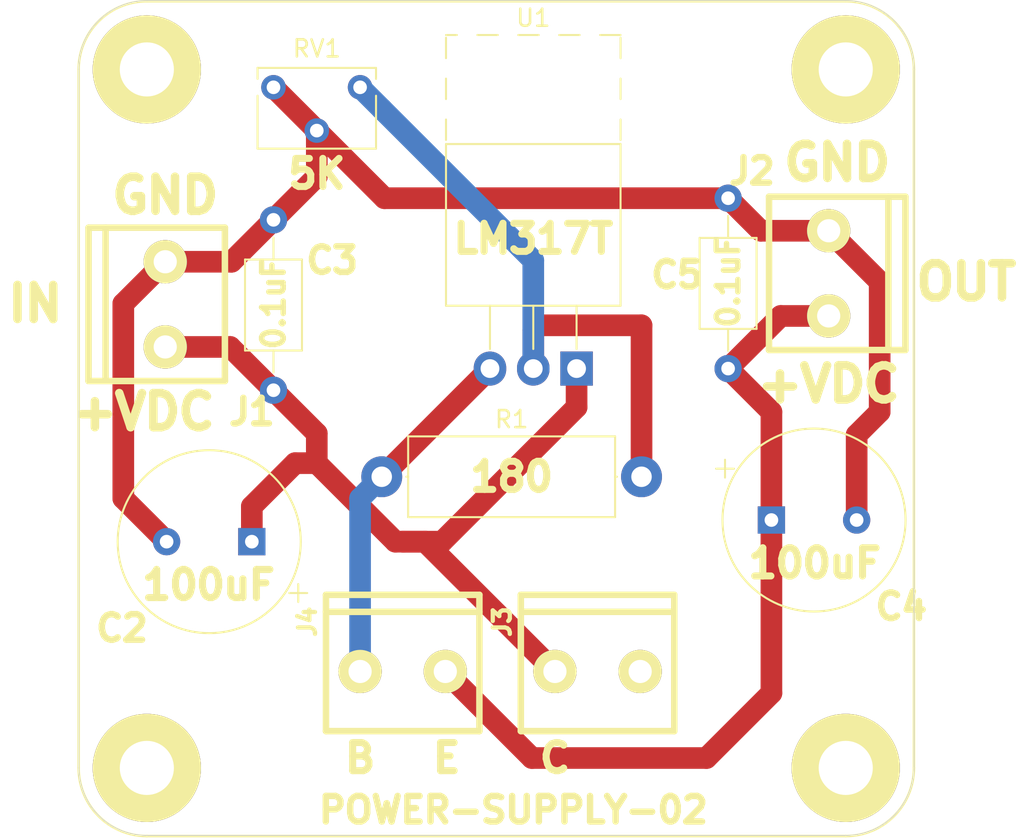
<source format=kicad_pcb>
(kicad_pcb (version 20171130) (host pcbnew "(5.1.5)-3")

  (general
    (thickness 1.6)
    (drawings 25)
    (tracks 48)
    (zones 0)
    (modules 12)
    (nets 6)
  )

  (page A4)
  (layers
    (0 F.Cu signal)
    (31 B.Cu signal)
    (32 B.Adhes user hide)
    (33 F.Adhes user hide)
    (34 B.Paste user hide)
    (35 F.Paste user hide)
    (36 B.SilkS user)
    (37 F.SilkS user)
    (38 B.Mask user)
    (39 F.Mask user)
    (40 Dwgs.User user)
    (41 Cmts.User user)
    (42 Eco1.User user hide)
    (43 Eco2.User user hide)
    (44 Edge.Cuts user)
    (45 Margin user hide)
    (46 B.CrtYd user hide)
    (47 F.CrtYd user hide)
    (48 B.Fab user hide)
    (49 F.Fab user hide)
  )

  (setup
    (last_trace_width 1.27)
    (user_trace_width 0.635)
    (user_trace_width 1.27)
    (trace_clearance 0.2)
    (zone_clearance 0.508)
    (zone_45_only no)
    (trace_min 0.2)
    (via_size 0.8)
    (via_drill 0.4)
    (via_min_size 0.4)
    (via_min_drill 0.3)
    (uvia_size 0.3)
    (uvia_drill 0.1)
    (uvias_allowed no)
    (uvia_min_size 0.2)
    (uvia_min_drill 0.1)
    (edge_width 0.05)
    (segment_width 0.2)
    (pcb_text_width 0.3)
    (pcb_text_size 1.5 1.5)
    (mod_edge_width 0.12)
    (mod_text_size 1 1)
    (mod_text_width 0.15)
    (pad_size 1.524 1.524)
    (pad_drill 0.762)
    (pad_to_mask_clearance 0.051)
    (solder_mask_min_width 0.25)
    (aux_axis_origin 0 0)
    (visible_elements 7FFFFF7F)
    (pcbplotparams
      (layerselection 0x010fc_ffffffff)
      (usegerberextensions false)
      (usegerberattributes false)
      (usegerberadvancedattributes false)
      (creategerberjobfile false)
      (excludeedgelayer true)
      (linewidth 0.100000)
      (plotframeref false)
      (viasonmask false)
      (mode 1)
      (useauxorigin false)
      (hpglpennumber 1)
      (hpglpenspeed 20)
      (hpglpendiameter 15.000000)
      (psnegative false)
      (psa4output false)
      (plotreference true)
      (plotvalue true)
      (plotinvisibletext false)
      (padsonsilk false)
      (subtractmaskfromsilk false)
      (outputformat 1)
      (mirror false)
      (drillshape 0)
      (scaleselection 1)
      (outputdirectory "plots/"))
  )

  (net 0 "")
  (net 1 /GND)
  (net 2 /Vin)
  (net 3 /Vout)
  (net 4 /B)
  (net 5 /ADJ)

  (net_class Default "This is the default net class."
    (clearance 0.2)
    (trace_width 0.25)
    (via_dia 0.8)
    (via_drill 0.4)
    (uvia_dia 0.3)
    (uvia_drill 0.1)
    (add_net /ADJ)
    (add_net /B)
    (add_net /GND)
    (add_net /Vin)
    (add_net /Vout)
  )

  (module Capacitor_THT:CP_Radial_Tantal_D10.5mm_P5.00mm (layer F.Cu) (tedit 5AE50EF0) (tstamp 5F79B9EF)
    (at 10.16 31.75 180)
    (descr "CP, Radial_Tantal series, Radial, pin pitch=5.00mm, , diameter=10.5mm, Tantal Electrolytic Capacitor, http://cdn-reichelt.de/documents/datenblatt/B300/TANTAL-TB-Serie%23.pdf")
    (tags "CP Radial_Tantal series Radial pin pitch 5.00mm  diameter 10.5mm Tantal Electrolytic Capacitor")
    (path /5F79D6B1)
    (fp_text reference C2 (at 7.62 -5.08) (layer F.SilkS)
      (effects (font (size 1.5 1.5) (thickness 0.45)))
    )
    (fp_text value 10uF (at 2.5 6.5) (layer F.Fab)
      (effects (font (size 1 1) (thickness 0.15)))
    )
    (fp_text user %R (at 2.5 0) (layer F.SilkS) hide
      (effects (font (size 1.5 1.5) (thickness 0.375)))
    )
    (fp_line (start -2.722133 -3.54) (end -2.722133 -2.49) (layer F.SilkS) (width 0.12))
    (fp_line (start -3.247133 -3.015) (end -2.197133 -3.015) (layer F.SilkS) (width 0.12))
    (fp_line (start -1.479387 -2.8225) (end -1.479387 -1.7725) (layer F.Fab) (width 0.1))
    (fp_line (start -2.004387 -2.2975) (end -0.954387 -2.2975) (layer F.Fab) (width 0.1))
    (fp_circle (center 2.5 0) (end 8 0) (layer F.CrtYd) (width 0.05))
    (fp_circle (center 2.5 0) (end 7.87 0) (layer F.SilkS) (width 0.12))
    (fp_circle (center 2.5 0) (end 7.75 0) (layer F.Fab) (width 0.1))
    (pad 2 thru_hole circle (at 5 0 180) (size 1.6 1.6) (drill 0.8) (layers *.Cu *.Mask)
      (net 1 /GND))
    (pad 1 thru_hole rect (at 0 0 180) (size 1.6 1.6) (drill 0.8) (layers *.Cu *.Mask)
      (net 2 /Vin))
    (model ${KISYS3DMOD}/Capacitor_THT.3dshapes/CP_Radial_Tantal_D10.5mm_P5.00mm.wrl
      (at (xyz 0 0 0))
      (scale (xyz 1 1 1))
      (rotate (xyz 0 0 0))
    )
  )

  (module Capacitor_THT:C_Axial_L5.1mm_D3.1mm_P10.00mm_Horizontal (layer F.Cu) (tedit 5AE50EF0) (tstamp 5F79BA06)
    (at 11.43 22.86 90)
    (descr "C, Axial series, Axial, Horizontal, pin pitch=10mm, , length*diameter=5.1*3.1mm^2, http://www.vishay.com/docs/45231/arseries.pdf")
    (tags "C Axial series Axial Horizontal pin pitch 10mm  length 5.1mm diameter 3.1mm")
    (path /5F79E297)
    (fp_text reference C3 (at 7.62 3.44 180) (layer F.SilkS)
      (effects (font (size 1.5 1.5) (thickness 0.45)))
    )
    (fp_text value 0.1uF (at 5 2.67 90) (layer F.Fab)
      (effects (font (size 1 1) (thickness 0.15)))
    )
    (fp_line (start 2.45 -1.55) (end 2.45 1.55) (layer F.Fab) (width 0.1))
    (fp_line (start 2.45 1.55) (end 7.55 1.55) (layer F.Fab) (width 0.1))
    (fp_line (start 7.55 1.55) (end 7.55 -1.55) (layer F.Fab) (width 0.1))
    (fp_line (start 7.55 -1.55) (end 2.45 -1.55) (layer F.Fab) (width 0.1))
    (fp_line (start 0 0) (end 2.45 0) (layer F.Fab) (width 0.1))
    (fp_line (start 10 0) (end 7.55 0) (layer F.Fab) (width 0.1))
    (fp_line (start 2.33 -1.67) (end 2.33 1.67) (layer F.SilkS) (width 0.12))
    (fp_line (start 2.33 1.67) (end 7.67 1.67) (layer F.SilkS) (width 0.12))
    (fp_line (start 7.67 1.67) (end 7.67 -1.67) (layer F.SilkS) (width 0.12))
    (fp_line (start 7.67 -1.67) (end 2.33 -1.67) (layer F.SilkS) (width 0.12))
    (fp_line (start 1.04 0) (end 2.33 0) (layer F.SilkS) (width 0.12))
    (fp_line (start 8.96 0) (end 7.67 0) (layer F.SilkS) (width 0.12))
    (fp_line (start -1.05 -1.8) (end -1.05 1.8) (layer F.CrtYd) (width 0.05))
    (fp_line (start -1.05 1.8) (end 11.05 1.8) (layer F.CrtYd) (width 0.05))
    (fp_line (start 11.05 1.8) (end 11.05 -1.8) (layer F.CrtYd) (width 0.05))
    (fp_line (start 11.05 -1.8) (end -1.05 -1.8) (layer F.CrtYd) (width 0.05))
    (fp_text user %R (at 5 0 90) (layer F.SilkS) hide
      (effects (font (size 1.5 1.5) (thickness 0.375)))
    )
    (pad 1 thru_hole circle (at 0 0 90) (size 1.6 1.6) (drill 0.8) (layers *.Cu *.Mask)
      (net 2 /Vin))
    (pad 2 thru_hole oval (at 10 0 90) (size 1.6 1.6) (drill 0.8) (layers *.Cu *.Mask)
      (net 1 /GND))
    (model ${KISYS3DMOD}/Capacitor_THT.3dshapes/C_Axial_L5.1mm_D3.1mm_P10.00mm_Horizontal.wrl
      (at (xyz 0 0 0))
      (scale (xyz 1 1 1))
      (rotate (xyz 0 0 0))
    )
  )

  (module Capacitor_THT:CP_Radial_Tantal_D10.5mm_P5.00mm (layer F.Cu) (tedit 5AE50EF0) (tstamp 5F79BA14)
    (at 40.64 30.48)
    (descr "CP, Radial_Tantal series, Radial, pin pitch=5.00mm, , diameter=10.5mm, Tantal Electrolytic Capacitor, http://cdn-reichelt.de/documents/datenblatt/B300/TANTAL-TB-Serie%23.pdf")
    (tags "CP Radial_Tantal series Radial pin pitch 5.00mm  diameter 10.5mm Tantal Electrolytic Capacitor")
    (path /5F7A7FA6)
    (fp_text reference C4 (at 7.62 5.08) (layer F.SilkS)
      (effects (font (size 1.5 1.5) (thickness 0.45)))
    )
    (fp_text value 100uF (at 2.5 6.5) (layer F.Fab)
      (effects (font (size 1 1) (thickness 0.15)))
    )
    (fp_circle (center 2.5 0) (end 7.75 0) (layer F.Fab) (width 0.1))
    (fp_circle (center 2.5 0) (end 7.87 0) (layer F.SilkS) (width 0.12))
    (fp_circle (center 2.5 0) (end 8 0) (layer F.CrtYd) (width 0.05))
    (fp_line (start -2.004387 -2.2975) (end -0.954387 -2.2975) (layer F.Fab) (width 0.1))
    (fp_line (start -1.479387 -2.8225) (end -1.479387 -1.7725) (layer F.Fab) (width 0.1))
    (fp_line (start -3.247133 -3.015) (end -2.197133 -3.015) (layer F.SilkS) (width 0.12))
    (fp_line (start -2.722133 -3.54) (end -2.722133 -2.49) (layer F.SilkS) (width 0.12))
    (fp_text user %R (at 2.5 0) (layer F.SilkS) hide
      (effects (font (size 1.5 1.5) (thickness 0.375)))
    )
    (pad 1 thru_hole rect (at 0 0) (size 1.6 1.6) (drill 0.8) (layers *.Cu *.Mask)
      (net 3 /Vout))
    (pad 2 thru_hole circle (at 5 0) (size 1.6 1.6) (drill 0.8) (layers *.Cu *.Mask)
      (net 1 /GND))
    (model ${KISYS3DMOD}/Capacitor_THT.3dshapes/CP_Radial_Tantal_D10.5mm_P5.00mm.wrl
      (at (xyz 0 0 0))
      (scale (xyz 1 1 1))
      (rotate (xyz 0 0 0))
    )
  )

  (module Capacitor_THT:C_Axial_L5.1mm_D3.1mm_P10.00mm_Horizontal (layer F.Cu) (tedit 5AE50EF0) (tstamp 5F79BA2B)
    (at 38.1 21.59 90)
    (descr "C, Axial series, Axial, Horizontal, pin pitch=10mm, , length*diameter=5.1*3.1mm^2, http://www.vishay.com/docs/45231/arseries.pdf")
    (tags "C Axial series Axial Horizontal pin pitch 10mm  length 5.1mm diameter 3.1mm")
    (path /5F7A947D)
    (fp_text reference C5 (at 5.5 -3 180) (layer F.SilkS)
      (effects (font (size 1.5 1.5) (thickness 0.45)))
    )
    (fp_text value 0.1uF (at 5 2.67 90) (layer F.Fab)
      (effects (font (size 1 1) (thickness 0.15)))
    )
    (fp_text user %R (at 5 0 90) (layer F.SilkS) hide
      (effects (font (size 1.5 1.5) (thickness 0.375)))
    )
    (fp_line (start 11.05 -1.8) (end -1.05 -1.8) (layer F.CrtYd) (width 0.05))
    (fp_line (start 11.05 1.8) (end 11.05 -1.8) (layer F.CrtYd) (width 0.05))
    (fp_line (start -1.05 1.8) (end 11.05 1.8) (layer F.CrtYd) (width 0.05))
    (fp_line (start -1.05 -1.8) (end -1.05 1.8) (layer F.CrtYd) (width 0.05))
    (fp_line (start 8.96 0) (end 7.67 0) (layer F.SilkS) (width 0.12))
    (fp_line (start 1.04 0) (end 2.33 0) (layer F.SilkS) (width 0.12))
    (fp_line (start 7.67 -1.67) (end 2.33 -1.67) (layer F.SilkS) (width 0.12))
    (fp_line (start 7.67 1.67) (end 7.67 -1.67) (layer F.SilkS) (width 0.12))
    (fp_line (start 2.33 1.67) (end 7.67 1.67) (layer F.SilkS) (width 0.12))
    (fp_line (start 2.33 -1.67) (end 2.33 1.67) (layer F.SilkS) (width 0.12))
    (fp_line (start 10 0) (end 7.55 0) (layer F.Fab) (width 0.1))
    (fp_line (start 0 0) (end 2.45 0) (layer F.Fab) (width 0.1))
    (fp_line (start 7.55 -1.55) (end 2.45 -1.55) (layer F.Fab) (width 0.1))
    (fp_line (start 7.55 1.55) (end 7.55 -1.55) (layer F.Fab) (width 0.1))
    (fp_line (start 2.45 1.55) (end 7.55 1.55) (layer F.Fab) (width 0.1))
    (fp_line (start 2.45 -1.55) (end 2.45 1.55) (layer F.Fab) (width 0.1))
    (pad 2 thru_hole oval (at 10 0 90) (size 1.6 1.6) (drill 0.8) (layers *.Cu *.Mask)
      (net 1 /GND))
    (pad 1 thru_hole circle (at 0 0 90) (size 1.6 1.6) (drill 0.8) (layers *.Cu *.Mask)
      (net 3 /Vout))
    (model ${KISYS3DMOD}/Capacitor_THT.3dshapes/C_Axial_L5.1mm_D3.1mm_P10.00mm_Horizontal.wrl
      (at (xyz 0 0 0))
      (scale (xyz 1 1 1))
      (rotate (xyz 0 0 0))
    )
  )

  (module LandBoards_Conns:TB2-5MM (layer F.Cu) (tedit 5CF902C9) (tstamp 5F79BAB6)
    (at 5.08 20.32 90)
    (path /5F7A0325)
    (fp_text reference J1 (at -3.81 5.08) (layer F.SilkS)
      (effects (font (size 1.5 1.5) (thickness 0.45)))
    )
    (fp_text value Conn_01x02 (at 2 5 90) (layer F.SilkS) hide
      (effects (font (size 1.524 1.524) (thickness 0.3048)))
    )
    (fp_line (start -2 -4.5) (end -2 3.5) (layer F.SilkS) (width 0.381))
    (fp_line (start 7 -4.5) (end 7 3.5) (layer F.SilkS) (width 0.381))
    (fp_line (start -2 3.5) (end 7 3.5) (layer F.SilkS) (width 0.381))
    (fp_line (start -2 -3.5) (end 7 -3.5) (layer F.SilkS) (width 0.381))
    (fp_line (start -2 -4.5) (end 7 -4.5) (layer F.SilkS) (width 0.381))
    (fp_line (start -2.27 -4.8) (end 7.25 -4.8) (layer F.CrtYd) (width 0.05))
    (fp_line (start 7.25 -4.8) (end 7.25 3.76) (layer F.CrtYd) (width 0.05))
    (fp_line (start 7.25 3.76) (end -2.27 3.76) (layer F.CrtYd) (width 0.05))
    (fp_line (start -2.27 3.76) (end -2.27 -4.8) (layer F.CrtYd) (width 0.05))
    (pad 1 thru_hole circle (at 0 0 90) (size 2.54 2.54) (drill 1.3589) (layers *.Cu *.Mask F.SilkS)
      (net 2 /Vin))
    (pad 2 thru_hole circle (at 5 0 90) (size 2.54 2.54) (drill 1.3589) (layers *.Cu *.Mask F.SilkS)
      (net 1 /GND))
  )

  (module LandBoards_Conns:TB2-5MM (layer F.Cu) (tedit 5CF902C9) (tstamp 5F79BAC5)
    (at 44 13.5 270)
    (path /5F79F8CF)
    (fp_text reference J2 (at -3.5 4.5) (layer F.SilkS)
      (effects (font (size 1.5 1.5) (thickness 0.45)))
    )
    (fp_text value Conn_01x02 (at 2 5 90) (layer F.SilkS) hide
      (effects (font (size 1.524 1.524) (thickness 0.3048)))
    )
    (fp_line (start -2.27 3.76) (end -2.27 -4.8) (layer F.CrtYd) (width 0.05))
    (fp_line (start 7.25 3.76) (end -2.27 3.76) (layer F.CrtYd) (width 0.05))
    (fp_line (start 7.25 -4.8) (end 7.25 3.76) (layer F.CrtYd) (width 0.05))
    (fp_line (start -2.27 -4.8) (end 7.25 -4.8) (layer F.CrtYd) (width 0.05))
    (fp_line (start -2 -4.5) (end 7 -4.5) (layer F.SilkS) (width 0.381))
    (fp_line (start -2 -3.5) (end 7 -3.5) (layer F.SilkS) (width 0.381))
    (fp_line (start -2 3.5) (end 7 3.5) (layer F.SilkS) (width 0.381))
    (fp_line (start 7 -4.5) (end 7 3.5) (layer F.SilkS) (width 0.381))
    (fp_line (start -2 -4.5) (end -2 3.5) (layer F.SilkS) (width 0.381))
    (pad 2 thru_hole circle (at 5 0 270) (size 2.54 2.54) (drill 1.3589) (layers *.Cu *.Mask F.SilkS)
      (net 3 /Vout))
    (pad 1 thru_hole circle (at 0 0 270) (size 2.54 2.54) (drill 1.3589) (layers *.Cu *.Mask F.SilkS)
      (net 1 /GND))
  )

  (module LandBoards_BoardOutlines:BD-49X49 (layer F.Cu) (tedit 524856E1) (tstamp 5F7A1A77)
    (at 0 49.03)
    (path /5F7B1D56)
    (fp_text reference B1 (at 0 1) (layer F.SilkS) hide
      (effects (font (size 1.5 1.5) (thickness 0.45)))
    )
    (fp_text value COUPON (at 0 0) (layer F.SilkS) hide
      (effects (font (size 1 1) (thickness 0.15)))
    )
    (fp_line (start 4 0) (end 45 0) (layer F.SilkS) (width 0.15))
    (fp_line (start 0 -45) (end 0 -4) (layer F.SilkS) (width 0.15))
    (fp_line (start 45 -49) (end 4 -49) (layer F.SilkS) (width 0.15))
    (fp_line (start 49 -4) (end 49 -45) (layer F.SilkS) (width 0.15))
    (fp_arc (start 4 -4) (end 4 0) (angle 90) (layer F.SilkS) (width 0.15))
    (fp_arc (start 45 -4) (end 49 -4) (angle 90) (layer F.SilkS) (width 0.15))
    (fp_arc (start 45 -45) (end 45 -49) (angle 90) (layer F.SilkS) (width 0.15))
    (fp_arc (start 4 -45) (end 0 -45) (angle 90) (layer F.SilkS) (width 0.15))
    (pad 1 thru_hole circle (at 4 -45) (size 6.35 6.35) (drill 3.175) (layers *.Cu *.Mask F.SilkS))
    (pad 2 thru_hole circle (at 45 -45) (size 6.35 6.35) (drill 3.175) (layers *.Cu *.Mask F.SilkS))
    (pad 3 thru_hole circle (at 4 -4) (size 6.35 6.35) (drill 3.175) (layers *.Cu *.Mask F.SilkS))
    (pad 4 thru_hole circle (at 45 -4) (size 6.35 6.35) (drill 3.175) (layers *.Cu *.Mask F.SilkS))
  )

  (module LandBoards_Conns:TB2-5MM (layer F.Cu) (tedit 5CF902C9) (tstamp 5FC3A316)
    (at 27.94 39.37)
    (path /5FC45EE3)
    (fp_text reference J3 (at -3.095 -2.92 90) (layer F.SilkS)
      (effects (font (size 1 1) (thickness 0.25)))
    )
    (fp_text value Conn_01x02 (at 2 5) (layer F.SilkS) hide
      (effects (font (size 1.524 1.524) (thickness 0.3048)))
    )
    (fp_line (start -2 -4.5) (end -2 3.5) (layer F.SilkS) (width 0.381))
    (fp_line (start 7 -4.5) (end 7 3.5) (layer F.SilkS) (width 0.381))
    (fp_line (start -2 3.5) (end 7 3.5) (layer F.SilkS) (width 0.381))
    (fp_line (start -2 -3.5) (end 7 -3.5) (layer F.SilkS) (width 0.381))
    (fp_line (start -2 -4.5) (end 7 -4.5) (layer F.SilkS) (width 0.381))
    (fp_line (start -2.27 -4.8) (end 7.25 -4.8) (layer F.CrtYd) (width 0.05))
    (fp_line (start 7.25 -4.8) (end 7.25 3.76) (layer F.CrtYd) (width 0.05))
    (fp_line (start 7.25 3.76) (end -2.27 3.76) (layer F.CrtYd) (width 0.05))
    (fp_line (start -2.27 3.76) (end -2.27 -4.8) (layer F.CrtYd) (width 0.05))
    (pad 1 thru_hole circle (at 0 0) (size 2.54 2.54) (drill 1.3589) (layers *.Cu *.Mask F.SilkS)
      (net 2 /Vin))
    (pad 2 thru_hole circle (at 5 0) (size 2.54 2.54) (drill 1.3589) (layers *.Cu *.Mask F.SilkS))
  )

  (module LandBoards_Conns:TB2-5MM (layer F.Cu) (tedit 5CF902C9) (tstamp 5FC3A325)
    (at 16.51 39.37)
    (path /5FC45204)
    (fp_text reference J4 (at -3.095 -2.92 90) (layer F.SilkS)
      (effects (font (size 1 1) (thickness 0.25)))
    )
    (fp_text value Conn_01x02 (at 2 5) (layer F.SilkS) hide
      (effects (font (size 1.524 1.524) (thickness 0.3048)))
    )
    (fp_line (start -2.27 3.76) (end -2.27 -4.8) (layer F.CrtYd) (width 0.05))
    (fp_line (start 7.25 3.76) (end -2.27 3.76) (layer F.CrtYd) (width 0.05))
    (fp_line (start 7.25 -4.8) (end 7.25 3.76) (layer F.CrtYd) (width 0.05))
    (fp_line (start -2.27 -4.8) (end 7.25 -4.8) (layer F.CrtYd) (width 0.05))
    (fp_line (start -2 -4.5) (end 7 -4.5) (layer F.SilkS) (width 0.381))
    (fp_line (start -2 -3.5) (end 7 -3.5) (layer F.SilkS) (width 0.381))
    (fp_line (start -2 3.5) (end 7 3.5) (layer F.SilkS) (width 0.381))
    (fp_line (start 7 -4.5) (end 7 3.5) (layer F.SilkS) (width 0.381))
    (fp_line (start -2 -4.5) (end -2 3.5) (layer F.SilkS) (width 0.381))
    (pad 2 thru_hole circle (at 5 0) (size 2.54 2.54) (drill 1.3589) (layers *.Cu *.Mask F.SilkS)
      (net 3 /Vout))
    (pad 1 thru_hole circle (at 0 0) (size 2.54 2.54) (drill 1.3589) (layers *.Cu *.Mask F.SilkS)
      (net 4 /B))
  )

  (module Resistor_THT:R_Axial_DIN0414_L11.9mm_D4.5mm_P15.24mm_Horizontal (layer F.Cu) (tedit 5AE5139B) (tstamp 5FC3A33C)
    (at 17.78 27.94)
    (descr "Resistor, Axial_DIN0414 series, Axial, Horizontal, pin pitch=15.24mm, 2W, length*diameter=11.9*4.5mm^2, http://www.vishay.com/docs/20128/wkxwrx.pdf")
    (tags "Resistor Axial_DIN0414 series Axial Horizontal pin pitch 15.24mm 2W length 11.9mm diameter 4.5mm")
    (path /5FC3F763)
    (fp_text reference R1 (at 7.62 -3.37) (layer F.SilkS)
      (effects (font (size 1 1) (thickness 0.15)))
    )
    (fp_text value 180 (at 7.62 3.37) (layer F.Fab)
      (effects (font (size 1 1) (thickness 0.15)))
    )
    (fp_line (start 1.67 -2.25) (end 1.67 2.25) (layer F.Fab) (width 0.1))
    (fp_line (start 1.67 2.25) (end 13.57 2.25) (layer F.Fab) (width 0.1))
    (fp_line (start 13.57 2.25) (end 13.57 -2.25) (layer F.Fab) (width 0.1))
    (fp_line (start 13.57 -2.25) (end 1.67 -2.25) (layer F.Fab) (width 0.1))
    (fp_line (start 0 0) (end 1.67 0) (layer F.Fab) (width 0.1))
    (fp_line (start 15.24 0) (end 13.57 0) (layer F.Fab) (width 0.1))
    (fp_line (start 1.55 -2.37) (end 1.55 2.37) (layer F.SilkS) (width 0.12))
    (fp_line (start 1.55 2.37) (end 13.69 2.37) (layer F.SilkS) (width 0.12))
    (fp_line (start 13.69 2.37) (end 13.69 -2.37) (layer F.SilkS) (width 0.12))
    (fp_line (start 13.69 -2.37) (end 1.55 -2.37) (layer F.SilkS) (width 0.12))
    (fp_line (start 1.44 0) (end 1.55 0) (layer F.SilkS) (width 0.12))
    (fp_line (start 13.8 0) (end 13.69 0) (layer F.SilkS) (width 0.12))
    (fp_line (start -1.45 -2.5) (end -1.45 2.5) (layer F.CrtYd) (width 0.05))
    (fp_line (start -1.45 2.5) (end 16.69 2.5) (layer F.CrtYd) (width 0.05))
    (fp_line (start 16.69 2.5) (end 16.69 -2.5) (layer F.CrtYd) (width 0.05))
    (fp_line (start 16.69 -2.5) (end -1.45 -2.5) (layer F.CrtYd) (width 0.05))
    (fp_text user %R (at 7.62 0) (layer F.Fab)
      (effects (font (size 1 1) (thickness 0.15)))
    )
    (pad 1 thru_hole circle (at 0 0) (size 2.4 2.4) (drill 1.2) (layers *.Cu *.Mask)
      (net 4 /B))
    (pad 2 thru_hole oval (at 15.24 0) (size 2.4 2.4) (drill 1.2) (layers *.Cu *.Mask)
      (net 5 /ADJ))
    (model ${KISYS3DMOD}/Resistor_THT.3dshapes/R_Axial_DIN0414_L11.9mm_D4.5mm_P15.24mm_Horizontal.wrl
      (at (xyz 0 0 0))
      (scale (xyz 1 1 1))
      (rotate (xyz 0 0 0))
    )
  )

  (module Potentiometer_THT:Potentiometer_Bourns_3266W_Vertical (layer F.Cu) (tedit 5A3D4994) (tstamp 5FC3A355)
    (at 16.51 5.08)
    (descr "Potentiometer, vertical, Bourns 3266W, https://www.bourns.com/docs/Product-Datasheets/3266.pdf")
    (tags "Potentiometer vertical Bourns 3266W")
    (path /5FC3E3E8)
    (fp_text reference RV1 (at -2.54 -2.27) (layer F.SilkS)
      (effects (font (size 1 1) (thickness 0.15)))
    )
    (fp_text value 5K (at -2.54 4.73) (layer F.Fab)
      (effects (font (size 1 1) (thickness 0.15)))
    )
    (fp_circle (center -0.455 2.21) (end 0.435 2.21) (layer F.Fab) (width 0.1))
    (fp_line (start -5.895 -1.02) (end -5.895 3.48) (layer F.Fab) (width 0.1))
    (fp_line (start -5.895 3.48) (end 0.815 3.48) (layer F.Fab) (width 0.1))
    (fp_line (start 0.815 3.48) (end 0.815 -1.02) (layer F.Fab) (width 0.1))
    (fp_line (start 0.815 -1.02) (end -5.895 -1.02) (layer F.Fab) (width 0.1))
    (fp_line (start -0.455 3.092) (end -0.454 1.329) (layer F.Fab) (width 0.1))
    (fp_line (start -0.455 3.092) (end -0.454 1.329) (layer F.Fab) (width 0.1))
    (fp_line (start -6.015 -1.14) (end 0.935 -1.14) (layer F.SilkS) (width 0.12))
    (fp_line (start -6.015 3.6) (end 0.935 3.6) (layer F.SilkS) (width 0.12))
    (fp_line (start -6.015 -1.14) (end -6.015 -0.495) (layer F.SilkS) (width 0.12))
    (fp_line (start -6.015 0.495) (end -6.015 3.6) (layer F.SilkS) (width 0.12))
    (fp_line (start 0.935 -1.14) (end 0.935 -0.495) (layer F.SilkS) (width 0.12))
    (fp_line (start 0.935 0.495) (end 0.935 3.6) (layer F.SilkS) (width 0.12))
    (fp_line (start -6.15 -1.3) (end -6.15 3.75) (layer F.CrtYd) (width 0.05))
    (fp_line (start -6.15 3.75) (end 1.1 3.75) (layer F.CrtYd) (width 0.05))
    (fp_line (start 1.1 3.75) (end 1.1 -1.3) (layer F.CrtYd) (width 0.05))
    (fp_line (start 1.1 -1.3) (end -6.15 -1.3) (layer F.CrtYd) (width 0.05))
    (fp_text user %R (at -3.175 1.23) (layer F.Fab)
      (effects (font (size 0.91 0.91) (thickness 0.15)))
    )
    (pad 1 thru_hole circle (at 0 0) (size 1.44 1.44) (drill 0.8) (layers *.Cu *.Mask)
      (net 5 /ADJ))
    (pad 2 thru_hole circle (at -2.54 2.54) (size 1.44 1.44) (drill 0.8) (layers *.Cu *.Mask)
      (net 1 /GND))
    (pad 3 thru_hole circle (at -5.08 0) (size 1.44 1.44) (drill 0.8) (layers *.Cu *.Mask)
      (net 1 /GND))
    (model ${KISYS3DMOD}/Potentiometer_THT.3dshapes/Potentiometer_Bourns_3266W_Vertical.wrl
      (at (xyz 0 0 0))
      (scale (xyz 1 1 1))
      (rotate (xyz 0 0 0))
    )
  )

  (module Package_TO_SOT_THT:TO-220-3_Horizontal_TabUp (layer F.Cu) (tedit 5AC8BA0D) (tstamp 5FC3A380)
    (at 29.21 21.59 180)
    (descr "TO-220-3, Horizontal, RM 2.54mm, see https://www.vishay.com/docs/66542/to-220-1.pdf")
    (tags "TO-220-3 Horizontal RM 2.54mm")
    (path /5FC3A2B7)
    (fp_text reference U1 (at 2.54 20.58) (layer F.SilkS)
      (effects (font (size 1 1) (thickness 0.15)))
    )
    (fp_text value LM317T (at 2.54 -2) (layer F.Fab)
      (effects (font (size 1 1) (thickness 0.15)))
    )
    (fp_circle (center 2.54 16.66) (end 4.39 16.66) (layer F.Fab) (width 0.1))
    (fp_line (start -2.46 13.06) (end -2.46 19.46) (layer F.Fab) (width 0.1))
    (fp_line (start -2.46 19.46) (end 7.54 19.46) (layer F.Fab) (width 0.1))
    (fp_line (start 7.54 19.46) (end 7.54 13.06) (layer F.Fab) (width 0.1))
    (fp_line (start 7.54 13.06) (end -2.46 13.06) (layer F.Fab) (width 0.1))
    (fp_line (start -2.46 3.81) (end -2.46 13.06) (layer F.Fab) (width 0.1))
    (fp_line (start -2.46 13.06) (end 7.54 13.06) (layer F.Fab) (width 0.1))
    (fp_line (start 7.54 13.06) (end 7.54 3.81) (layer F.Fab) (width 0.1))
    (fp_line (start 7.54 3.81) (end -2.46 3.81) (layer F.Fab) (width 0.1))
    (fp_line (start 0 3.81) (end 0 0) (layer F.Fab) (width 0.1))
    (fp_line (start 2.54 3.81) (end 2.54 0) (layer F.Fab) (width 0.1))
    (fp_line (start 5.08 3.81) (end 5.08 0) (layer F.Fab) (width 0.1))
    (fp_line (start -2.58 3.69) (end 7.66 3.69) (layer F.SilkS) (width 0.12))
    (fp_line (start -2.58 13.18) (end 7.66 13.18) (layer F.SilkS) (width 0.12))
    (fp_line (start -2.58 3.69) (end -2.58 13.18) (layer F.SilkS) (width 0.12))
    (fp_line (start 7.66 3.69) (end 7.66 13.18) (layer F.SilkS) (width 0.12))
    (fp_line (start -2.58 19.58) (end -1.38 19.58) (layer F.SilkS) (width 0.12))
    (fp_line (start -0.181 19.58) (end 1.02 19.58) (layer F.SilkS) (width 0.12))
    (fp_line (start 2.22 19.58) (end 3.42 19.58) (layer F.SilkS) (width 0.12))
    (fp_line (start 4.62 19.58) (end 5.82 19.58) (layer F.SilkS) (width 0.12))
    (fp_line (start 7.02 19.58) (end 7.66 19.58) (layer F.SilkS) (width 0.12))
    (fp_line (start -2.58 13.42) (end -2.58 14.62) (layer F.SilkS) (width 0.12))
    (fp_line (start -2.58 15.82) (end -2.58 17.02) (layer F.SilkS) (width 0.12))
    (fp_line (start -2.58 18.22) (end -2.58 19.42) (layer F.SilkS) (width 0.12))
    (fp_line (start 7.66 13.42) (end 7.66 14.62) (layer F.SilkS) (width 0.12))
    (fp_line (start 7.66 15.82) (end 7.66 17.02) (layer F.SilkS) (width 0.12))
    (fp_line (start 7.66 18.22) (end 7.66 19.42) (layer F.SilkS) (width 0.12))
    (fp_line (start 0 1.15) (end 0 3.69) (layer F.SilkS) (width 0.12))
    (fp_line (start 2.54 1.15) (end 2.54 3.69) (layer F.SilkS) (width 0.12))
    (fp_line (start 5.08 1.15) (end 5.08 3.69) (layer F.SilkS) (width 0.12))
    (fp_line (start -2.71 -1.25) (end -2.71 19.71) (layer F.CrtYd) (width 0.05))
    (fp_line (start -2.71 19.71) (end 7.79 19.71) (layer F.CrtYd) (width 0.05))
    (fp_line (start 7.79 19.71) (end 7.79 -1.25) (layer F.CrtYd) (width 0.05))
    (fp_line (start 7.79 -1.25) (end -2.71 -1.25) (layer F.CrtYd) (width 0.05))
    (fp_text user %R (at 2.54 20.58) (layer F.Fab)
      (effects (font (size 1 1) (thickness 0.15)))
    )
    (pad "" np_thru_hole oval (at 2.54 16.66 180) (size 3.5 3.5) (drill 3.5) (layers *.Cu *.Mask))
    (pad 1 thru_hole rect (at 0 0 180) (size 1.905 2) (drill 1.1) (layers *.Cu *.Mask)
      (net 2 /Vin))
    (pad 2 thru_hole oval (at 2.54 0 180) (size 1.905 2) (drill 1.1) (layers *.Cu *.Mask)
      (net 5 /ADJ))
    (pad 3 thru_hole oval (at 5.08 0 180) (size 1.905 2) (drill 1.1) (layers *.Cu *.Mask)
      (net 4 /B))
    (model ${KISYS3DMOD}/Package_TO_SOT_THT.3dshapes/TO-220-3_Horizontal_TabUp.wrl
      (at (xyz 0 0 0))
      (scale (xyz 1 1 1))
      (rotate (xyz 0 0 0))
    )
  )

  (gr_text OUT (at 52.07 16.51) (layer F.SilkS) (tstamp 5FC3AC4A)
    (effects (font (size 2 2) (thickness 0.5)))
  )
  (gr_text +VDC (at 3.81 24.13) (layer F.SilkS) (tstamp 5FC3AC26)
    (effects (font (size 2 2) (thickness 0.5)))
  )
  (gr_text GND (at 5.08 11.43) (layer F.SilkS) (tstamp 5FC3ABE3)
    (effects (font (size 2 2) (thickness 0.5)))
  )
  (gr_text 180 (at 25.4 27.94) (layer F.SilkS) (tstamp 5FC3AB80)
    (effects (font (size 1.651 1.6604) (thickness 0.41275)))
  )
  (gr_text 5K (at 13.97 10.16) (layer F.SilkS) (tstamp 5FC3AB69)
    (effects (font (size 1.651 1.6604) (thickness 0.41275)))
  )
  (gr_text 0.1uF (at 38.1 16.51 90) (layer F.SilkS) (tstamp 5FC3AB67)
    (effects (font (size 1.27 1.27) (thickness 0.3175)))
  )
  (gr_text 0.1uF (at 11.43 17.78 90) (layer F.SilkS) (tstamp 5FC3AB5F)
    (effects (font (size 1.27 1.27) (thickness 0.3175)))
  )
  (gr_text LM317T (at 26.67 13.97) (layer F.SilkS) (tstamp 5FC3AB5C)
    (effects (font (size 1.651 1.6604) (thickness 0.41275)))
  )
  (gr_text 100uF (at 43.18 33.02) (layer F.SilkS) (tstamp 5FC3AB5A)
    (effects (font (size 1.651 1.6604) (thickness 0.41275)))
  )
  (gr_text 100uF (at 7.62 34.29) (layer F.SilkS) (tstamp 5FC3AB56)
    (effects (font (size 1.651 1.6604) (thickness 0.41275)))
  )
  (gr_text E (at 21.59 44.45) (layer F.SilkS) (tstamp 5FC3AA5E)
    (effects (font (size 1.651 1.6604) (thickness 0.41275)))
  )
  (gr_text B (at 16.51 44.45) (layer F.SilkS) (tstamp 5FC3AA5B)
    (effects (font (size 1.651 1.6604) (thickness 0.41275)))
  )
  (gr_text C (at 27.94 44.45) (layer F.SilkS)
    (effects (font (size 1.651 1.6604) (thickness 0.41275)))
  )
  (gr_text IN (at -2.54 17.78) (layer F.SilkS) (tstamp 5F7A283D)
    (effects (font (size 2 2) (thickness 0.5)))
  )
  (gr_text GND (at 44.5 9.5) (layer F.SilkS) (tstamp 5F7A2081)
    (effects (font (size 2 2) (thickness 0.5)))
  )
  (gr_text +VDC (at 44 22.5) (layer F.SilkS)
    (effects (font (size 2 2) (thickness 0.5)))
  )
  (gr_text POWER-SUPPLY-02 (at 25.5 47.5) (layer F.SilkS)
    (effects (font (size 1.5 1.5) (thickness 0.375)))
  )
  (gr_arc (start 45 4) (end 49 4) (angle -90) (layer Edge.Cuts) (width 0.05))
  (gr_arc (start 45 45) (end 45 49) (angle -90) (layer Edge.Cuts) (width 0.05))
  (gr_arc (start 4 45) (end 0 45) (angle -90) (layer Edge.Cuts) (width 0.05))
  (gr_arc (start 4 4) (end 4 0) (angle -90) (layer Edge.Cuts) (width 0.05))
  (gr_line (start 0 45) (end 0 4) (layer Edge.Cuts) (width 0.05))
  (gr_line (start 4 49) (end 45 49) (layer Edge.Cuts) (width 0.05))
  (gr_line (start 49 45) (end 49 4) (layer Edge.Cuts) (width 0.05))
  (gr_line (start 4 0) (end 45 0) (layer Edge.Cuts) (width 0.05))

  (segment (start 8.97 15.32) (end 11.43 12.86) (width 1.27) (layer F.Cu) (net 1))
  (segment (start 5.08 15.32) (end 8.97 15.32) (width 1.27) (layer F.Cu) (net 1))
  (segment (start 13.97 10.32) (end 11.43 12.86) (width 1.27) (layer F.Cu) (net 1))
  (segment (start 13.97 7.62) (end 13.97 10.32) (width 1.27) (layer F.Cu) (net 1))
  (segment (start 11.43 5.08) (end 13.97 7.62) (width 1.27) (layer F.Cu) (net 1))
  (segment (start 17.94 11.59) (end 13.97 7.62) (width 1.27) (layer F.Cu) (net 1))
  (segment (start 38.1 11.59) (end 17.94 11.59) (width 1.27) (layer F.Cu) (net 1))
  (segment (start 40.01 13.5) (end 38.1 11.59) (width 1.27) (layer F.Cu) (net 1))
  (segment (start 44 13.5) (end 40.01 13.5) (width 1.27) (layer F.Cu) (net 1))
  (segment (start 45.64 30.48) (end 45.64 25.48) (width 1.27) (layer F.Cu) (net 1))
  (segment (start 45.64 25.48) (end 46.99 24.13) (width 1.27) (layer F.Cu) (net 1))
  (segment (start 46.99 16.49) (end 44 13.5) (width 1.27) (layer F.Cu) (net 1))
  (segment (start 46.99 24.13) (end 46.99 16.49) (width 1.27) (layer F.Cu) (net 1))
  (segment (start 5.16 31.75) (end 2.62 29.21) (width 1.27) (layer F.Cu) (net 1))
  (segment (start 2.62 17.78) (end 5.08 15.32) (width 1.27) (layer F.Cu) (net 1))
  (segment (start 2.62 29.21) (end 2.62 17.78) (width 1.27) (layer F.Cu) (net 1))
  (segment (start 27.94 39.37) (end 20.32 31.75) (width 1.27) (layer F.Cu) (net 2))
  (segment (start 18.578198 31.75) (end 13.97 27.141802) (width 1.27) (layer F.Cu) (net 2))
  (segment (start 13.97 25.4) (end 11.43 22.86) (width 1.27) (layer F.Cu) (net 2))
  (segment (start 13.97 27.141802) (end 13.97 25.4) (width 1.27) (layer F.Cu) (net 2))
  (segment (start 8.89 20.32) (end 11.43 22.86) (width 1.27) (layer F.Cu) (net 2))
  (segment (start 5.08 20.32) (end 8.89 20.32) (width 1.27) (layer F.Cu) (net 2))
  (segment (start 12.698198 27.141802) (end 13.97 27.141802) (width 1.27) (layer F.Cu) (net 2))
  (segment (start 10.16 29.68) (end 12.698198 27.141802) (width 1.27) (layer F.Cu) (net 2))
  (segment (start 10.16 31.75) (end 10.16 29.68) (width 1.27) (layer F.Cu) (net 2))
  (segment (start 21.32 31.75) (end 19.05 31.75) (width 1.27) (layer F.Cu) (net 2))
  (segment (start 29.21 21.59) (end 29.21 23.86) (width 1.27) (layer F.Cu) (net 2))
  (segment (start 29.21 23.86) (end 21.32 31.75) (width 1.27) (layer F.Cu) (net 2))
  (segment (start 20.32 31.75) (end 19.05 31.75) (width 1.27) (layer F.Cu) (net 2))
  (segment (start 19.05 31.75) (end 18.578198 31.75) (width 1.27) (layer F.Cu) (net 2))
  (segment (start 41.19 18.5) (end 38.1 21.59) (width 1.27) (layer F.Cu) (net 3))
  (segment (start 44 18.5) (end 41.19 18.5) (width 1.27) (layer F.Cu) (net 3))
  (segment (start 40.64 24.13) (end 38.1 21.59) (width 1.27) (layer F.Cu) (net 3))
  (segment (start 40.64 30.48) (end 40.64 24.13) (width 1.27) (layer F.Cu) (net 3))
  (segment (start 40.64 40.64) (end 40.64 30.48) (width 1.27) (layer F.Cu) (net 3))
  (segment (start 36.83 44.45) (end 40.64 40.64) (width 1.27) (layer F.Cu) (net 3))
  (segment (start 21.51 39.37) (end 26.59 44.45) (width 1.27) (layer F.Cu) (net 3))
  (segment (start 26.59 44.45) (end 36.83 44.45) (width 1.27) (layer F.Cu) (net 3))
  (segment (start 17.78 27.94) (end 24.13 21.59) (width 1.27) (layer F.Cu) (net 4))
  (segment (start 16.51 29.21) (end 17.78 27.94) (width 1.27) (layer B.Cu) (net 4))
  (segment (start 16.51 39.37) (end 16.51 29.21) (width 1.27) (layer B.Cu) (net 4))
  (segment (start 26.67 19.32) (end 26.67 21.59) (width 1.27) (layer F.Cu) (net 5))
  (segment (start 26.94 19.05) (end 26.67 19.32) (width 1.27) (layer F.Cu) (net 5))
  (segment (start 33.02 19.05) (end 26.94 19.05) (width 1.27) (layer F.Cu) (net 5))
  (segment (start 33.02 27.94) (end 33.02 19.05) (width 1.27) (layer F.Cu) (net 5))
  (segment (start 26.67 15.24) (end 17.78 6.35) (width 1.27) (layer B.Cu) (net 5))
  (segment (start 26.67 21.59) (end 26.67 15.24) (width 1.27) (layer B.Cu) (net 5))
  (segment (start 17.78 6.35) (end 16.51 5.08) (width 1.27) (layer B.Cu) (net 5))

)

</source>
